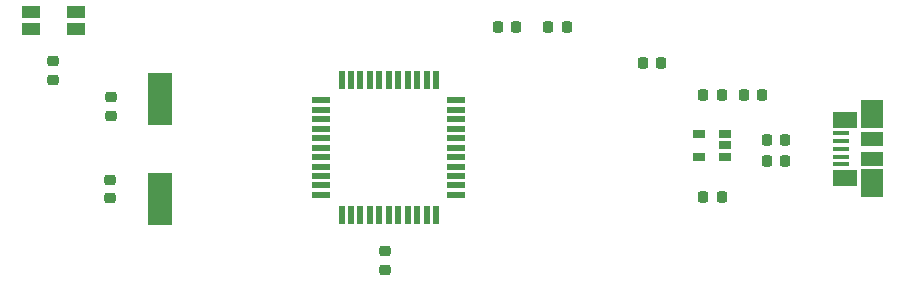
<source format=gbr>
G04 #@! TF.GenerationSoftware,KiCad,Pcbnew,(5.99.0-10336-g9846076676)*
G04 #@! TF.CreationDate,2021-04-17T01:38:01-06:00*
G04 #@! TF.ProjectId,yolo-badge,796f6c6f-2d62-4616-9467-652e6b696361,rev?*
G04 #@! TF.SameCoordinates,Original*
G04 #@! TF.FileFunction,Paste,Bot*
G04 #@! TF.FilePolarity,Positive*
%FSLAX46Y46*%
G04 Gerber Fmt 4.6, Leading zero omitted, Abs format (unit mm)*
G04 Created by KiCad (PCBNEW (5.99.0-10336-g9846076676)) date 2021-04-17 01:38:01*
%MOMM*%
%LPD*%
G01*
G04 APERTURE LIST*
G04 Aperture macros list*
%AMRoundRect*
0 Rectangle with rounded corners*
0 $1 Rounding radius*
0 $2 $3 $4 $5 $6 $7 $8 $9 X,Y pos of 4 corners*
0 Add a 4 corners polygon primitive as box body*
4,1,4,$2,$3,$4,$5,$6,$7,$8,$9,$2,$3,0*
0 Add four circle primitives for the rounded corners*
1,1,$1+$1,$2,$3*
1,1,$1+$1,$4,$5*
1,1,$1+$1,$6,$7*
1,1,$1+$1,$8,$9*
0 Add four rect primitives between the rounded corners*
20,1,$1+$1,$2,$3,$4,$5,0*
20,1,$1+$1,$4,$5,$6,$7,0*
20,1,$1+$1,$6,$7,$8,$9,0*
20,1,$1+$1,$8,$9,$2,$3,0*%
G04 Aperture macros list end*
%ADD10RoundRect,0.218750X0.218750X0.256250X-0.218750X0.256250X-0.218750X-0.256250X0.218750X-0.256250X0*%
%ADD11RoundRect,0.218750X-0.256250X0.218750X-0.256250X-0.218750X0.256250X-0.218750X0.256250X0.218750X0*%
%ADD12RoundRect,0.218750X0.256250X-0.218750X0.256250X0.218750X-0.256250X0.218750X-0.256250X-0.218750X0*%
%ADD13RoundRect,0.218750X-0.218750X-0.256250X0.218750X-0.256250X0.218750X0.256250X-0.218750X0.256250X0*%
%ADD14R,1.380000X0.450000*%
%ADD15R,1.900000X1.175000*%
%ADD16R,1.900000X2.375000*%
%ADD17R,2.100000X1.475000*%
%ADD18R,1.600000X1.000000*%
%ADD19R,1.060000X0.650000*%
%ADD20R,0.550000X1.500000*%
%ADD21R,1.500000X0.550000*%
%ADD22R,2.000000X4.500000*%
G04 APERTURE END LIST*
D10*
X178138334Y-54990000D03*
X176563334Y-54990000D03*
X174730834Y-63670000D03*
X173155834Y-63670000D03*
X174740834Y-54990000D03*
X173165834Y-54990000D03*
D11*
X146183334Y-68252500D03*
X146183334Y-69827500D03*
X123003334Y-55212500D03*
X123003334Y-56787500D03*
D12*
X122913334Y-63747500D03*
X122913334Y-62172500D03*
D13*
X160025834Y-49260000D03*
X161600834Y-49260000D03*
D14*
X184813334Y-58260000D03*
X184813334Y-58910000D03*
X184813334Y-59560000D03*
X184813334Y-60210000D03*
X184813334Y-60860000D03*
D15*
X187473334Y-60400000D03*
X187473334Y-58720000D03*
D16*
X187473334Y-62470000D03*
D17*
X185173334Y-62022500D03*
D16*
X187473334Y-56650000D03*
D17*
X185173334Y-57097500D03*
D13*
X178515834Y-60600000D03*
X180090834Y-60600000D03*
X178515834Y-58810000D03*
X180090834Y-58810000D03*
D12*
X118110000Y-53727500D03*
X118110000Y-52152500D03*
D10*
X157320834Y-49260000D03*
X155745834Y-49260000D03*
X169580834Y-52300000D03*
X168005834Y-52300000D03*
D18*
X116230000Y-49375000D03*
X120030000Y-49375000D03*
X116230000Y-47975000D03*
X120030000Y-47975000D03*
D19*
X175023334Y-58310000D03*
X175023334Y-59260000D03*
X175023334Y-60210000D03*
X172823334Y-60210000D03*
X172823334Y-58310000D03*
D20*
X150523334Y-65160000D03*
X149723334Y-65160000D03*
X148923334Y-65160000D03*
X148123334Y-65160000D03*
X147323334Y-65160000D03*
X146523334Y-65160000D03*
X145723334Y-65160000D03*
X144923334Y-65160000D03*
X144123334Y-65160000D03*
X143323334Y-65160000D03*
X142523334Y-65160000D03*
D21*
X140823334Y-63460000D03*
X140823334Y-62660000D03*
X140823334Y-61860000D03*
X140823334Y-61060000D03*
X140823334Y-60260000D03*
X140823334Y-59460000D03*
X140823334Y-58660000D03*
X140823334Y-57860000D03*
X140823334Y-57060000D03*
X140823334Y-56260000D03*
X140823334Y-55460000D03*
D20*
X142523334Y-53760000D03*
X143323334Y-53760000D03*
X144123334Y-53760000D03*
X144923334Y-53760000D03*
X145723334Y-53760000D03*
X146523334Y-53760000D03*
X147323334Y-53760000D03*
X148123334Y-53760000D03*
X148923334Y-53760000D03*
X149723334Y-53760000D03*
X150523334Y-53760000D03*
D21*
X152223334Y-55460000D03*
X152223334Y-56260000D03*
X152223334Y-57060000D03*
X152223334Y-57860000D03*
X152223334Y-58660000D03*
X152223334Y-59460000D03*
X152223334Y-60260000D03*
X152223334Y-61060000D03*
X152223334Y-61860000D03*
X152223334Y-62660000D03*
X152223334Y-63460000D03*
D22*
X127143334Y-63810000D03*
X127143334Y-55310000D03*
M02*

</source>
